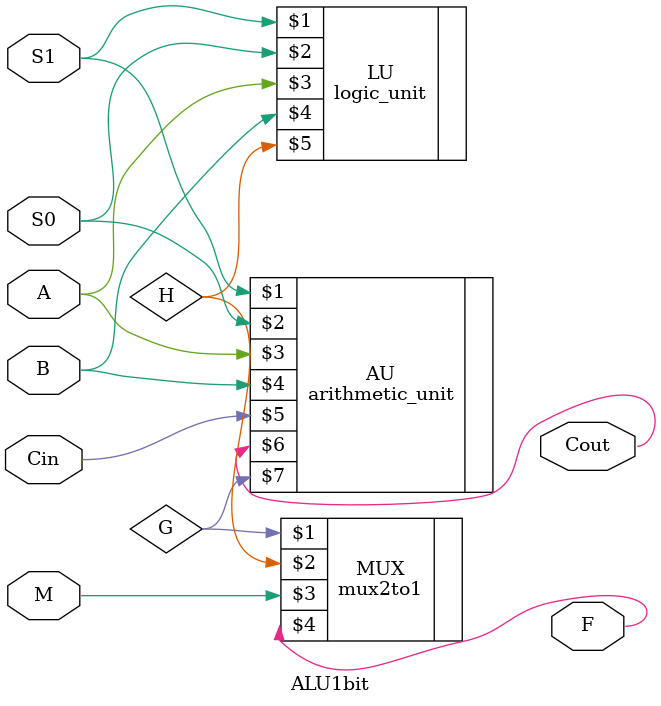
<source format=v>
`include "arithmeticunit.v";
`include "mux2to1.v";
`include "logicunit.v";

module ALU1bit(A,B,Cin,S1,S0,M,Cout,F);
input A, B, Cin, S1, S0, M;
output F, Cout;
wire G,H;

logic_unit LU(S1,S0,A,B,H);
arithmetic_unit AU(S1,S0,A,B,Cin,Cout,G);
mux2to1 MUX(G,H,M,F);
endmodule





</source>
